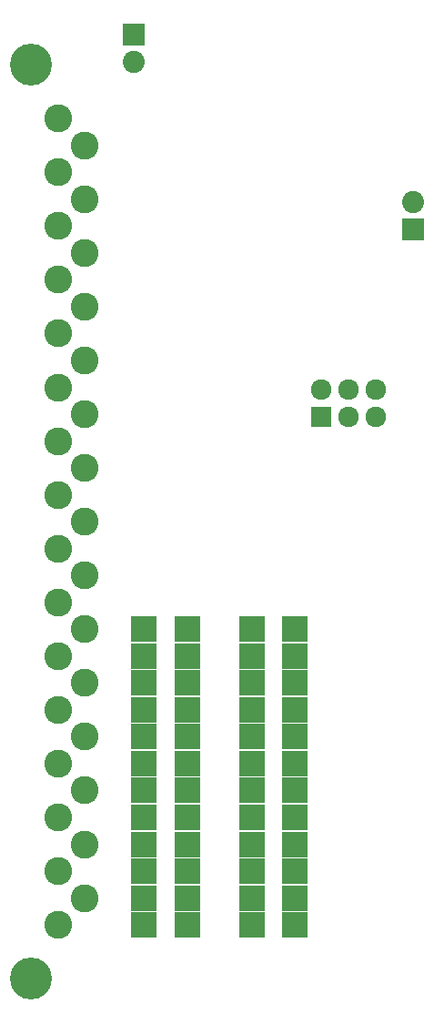
<source format=gbs>
G04 #@! TF.GenerationSoftware,KiCad,Pcbnew,(5.1.5)-3*
G04 #@! TF.CreationDate,2021-08-30T19:43:02+02:00*
G04 #@! TF.ProjectId,gbm12,67626d31-322e-46b6-9963-61645f706362,0430 -*
G04 #@! TF.SameCoordinates,Original*
G04 #@! TF.FileFunction,Soldermask,Bot*
G04 #@! TF.FilePolarity,Negative*
%FSLAX46Y46*%
G04 Gerber Fmt 4.6, Leading zero omitted, Abs format (unit mm)*
G04 Created by KiCad (PCBNEW (5.1.5)-3) date 2021-08-30 19:43:02*
%MOMM*%
%LPD*%
G04 APERTURE LIST*
%ADD10R,2.051000X2.051000*%
%ADD11C,2.051000*%
%ADD12R,1.924000X1.924000*%
%ADD13C,1.924000*%
%ADD14C,3.900120*%
%ADD15C,2.599640*%
%ADD16R,2.398980X2.398980*%
G04 APERTURE END LIST*
D10*
X84500000Y-54730000D03*
D11*
X84500000Y-57270000D03*
D12*
X101960000Y-90270000D03*
D13*
X101960000Y-87730000D03*
X104500000Y-90270000D03*
X104500000Y-87730000D03*
X107040000Y-90270000D03*
X107040000Y-87730000D03*
D10*
X110500000Y-72770000D03*
D11*
X110500000Y-70230000D03*
D14*
X74998740Y-142501820D03*
D15*
X77500640Y-62499440D03*
X77498100Y-102499360D03*
X77498100Y-107500620D03*
X77498100Y-117500600D03*
X77498100Y-112499340D03*
X77498100Y-132499300D03*
X77498100Y-137500560D03*
X77498100Y-127500580D03*
X77498100Y-122499320D03*
X77498100Y-82499400D03*
X77498100Y-87500660D03*
X77498100Y-97500640D03*
X77498100Y-92499380D03*
X77498100Y-72499420D03*
X77498100Y-77500680D03*
X77498100Y-67500700D03*
X80000000Y-65001340D03*
X80000000Y-75001320D03*
X80000000Y-70000060D03*
X80000000Y-90000020D03*
X80000000Y-95001280D03*
X80000000Y-85001300D03*
X80000000Y-80000040D03*
X80000000Y-119999960D03*
X80000000Y-125001220D03*
X80000000Y-135001200D03*
X80000000Y-129999940D03*
X80000000Y-109999980D03*
X80000000Y-115001240D03*
X80000000Y-105001260D03*
X80000000Y-100000000D03*
D14*
X74998740Y-57500720D03*
D16*
X95501020Y-110000000D03*
X99498980Y-110000000D03*
X85501020Y-110000000D03*
X89498980Y-110000000D03*
X95501020Y-112500000D03*
X99498980Y-112500000D03*
X85501020Y-112500000D03*
X89498980Y-112500000D03*
X95501020Y-115000000D03*
X99498980Y-115000000D03*
X85501020Y-115000000D03*
X89498980Y-115000000D03*
X95501020Y-117500000D03*
X99498980Y-117500000D03*
X85501020Y-117500000D03*
X89498980Y-117500000D03*
X95501020Y-120000000D03*
X99498980Y-120000000D03*
X85501020Y-120000000D03*
X89498980Y-120000000D03*
X95501020Y-122500000D03*
X99498980Y-122500000D03*
X85501020Y-122500000D03*
X89498980Y-122500000D03*
X95501020Y-125000000D03*
X99498980Y-125000000D03*
X85501020Y-125000000D03*
X89498980Y-125000000D03*
X95501020Y-127500000D03*
X99498980Y-127500000D03*
X85501020Y-127500000D03*
X89498980Y-127500000D03*
X95501020Y-130000000D03*
X99498980Y-130000000D03*
X85501020Y-130000000D03*
X89498980Y-130000000D03*
X95501020Y-132500000D03*
X99498980Y-132500000D03*
X85501020Y-132500000D03*
X89498980Y-132500000D03*
X95501020Y-135000000D03*
X99498980Y-135000000D03*
X85501020Y-135000000D03*
X89498980Y-135000000D03*
X95501020Y-137500000D03*
X99498980Y-137500000D03*
X85501020Y-137500000D03*
X89498980Y-137500000D03*
M02*

</source>
